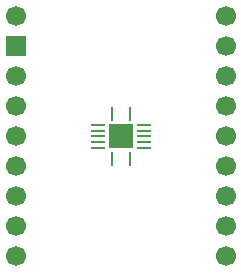
<source format=gts>
G04 #@! TF.GenerationSoftware,KiCad,Pcbnew,9.0.6*
G04 #@! TF.CreationDate,2026-01-02T22:14:37-06:00*
G04 #@! TF.ProjectId,DHVQFN-14_3.65x3.65_P0.5,44485651-464e-42d3-9134-5f332e363578,rev?*
G04 #@! TF.SameCoordinates,Original*
G04 #@! TF.FileFunction,Soldermask,Top*
G04 #@! TF.FilePolarity,Negative*
%FSLAX46Y46*%
G04 Gerber Fmt 4.6, Leading zero omitted, Abs format (unit mm)*
G04 Created by KiCad (PCBNEW 9.0.6) date 2026-01-02 22:14:37*
%MOMM*%
%LPD*%
G01*
G04 APERTURE LIST*
%ADD10R,1.200000X0.280000*%
%ADD11R,0.280000X1.200000*%
%ADD12R,2.050000X2.050000*%
%ADD13C,0.508000*%
%ADD14C,1.700000*%
%ADD15R,1.700000X1.700000*%
G04 APERTURE END LIST*
D10*
X131126999Y-110752001D03*
X131126999Y-111751999D03*
X131126999Y-112252001D03*
X131126999Y-111252000D03*
X135065001Y-110251999D03*
D11*
X132345999Y-109321000D03*
D10*
X131126000Y-110251999D03*
D11*
X133846001Y-113183000D03*
D10*
X135065001Y-111751999D03*
X135065001Y-111252000D03*
D11*
X132345999Y-113183000D03*
D10*
X135065001Y-112252001D03*
X135065001Y-110752001D03*
D11*
X133846001Y-109321000D03*
D12*
X133096000Y-111252000D03*
D13*
X132702300Y-110858300D03*
X132702300Y-111645700D03*
X133489700Y-110858300D03*
X133489700Y-111645700D03*
D14*
X124206000Y-101092000D03*
D15*
X124206000Y-103632000D03*
D14*
X124206000Y-106172000D03*
X124206000Y-108712000D03*
X124206000Y-111252000D03*
X124206000Y-113792000D03*
X124206000Y-116332000D03*
X124206000Y-118872000D03*
X124206000Y-121412000D03*
X141986000Y-101092000D03*
X141986000Y-103632000D03*
X141986000Y-106172000D03*
X141986000Y-108712000D03*
X141986000Y-111252000D03*
X141986000Y-113792000D03*
X141986000Y-116332000D03*
X141986000Y-118872000D03*
X141986000Y-121412000D03*
M02*

</source>
